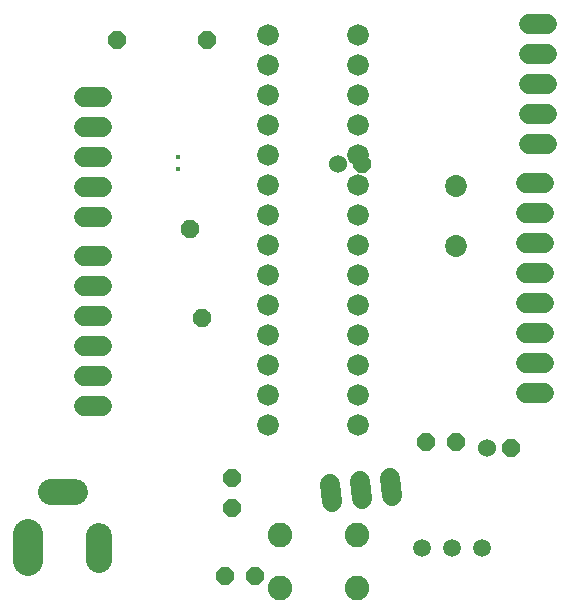
<source format=gbr>
G04 EAGLE Gerber RS-274X export*
G75*
%MOMM*%
%FSLAX34Y34*%
%LPD*%
%INSoldermask Top*%
%IPPOS*%
%AMOC8*
5,1,8,0,0,1.08239X$1,22.5*%
G01*
%ADD10P,1.649562X8X112.500000*%
%ADD11P,1.649562X8X22.500000*%
%ADD12C,1.524000*%
%ADD13P,1.649562X8X299.900000*%
%ADD14C,2.203200*%
%ADD15C,2.503200*%
%ADD16C,1.727200*%
%ADD17R,0.350000X0.375000*%
%ADD18C,2.082800*%
%ADD19C,1.511200*%
%ADD20C,1.828800*%
%ADD21C,1.854200*%


D10*
X210900Y104500D03*
X210900Y129900D03*
D11*
X320760Y395600D03*
D12*
X300440Y395600D03*
D11*
X113300Y500700D03*
X189500Y500700D03*
X446960Y155600D03*
D12*
X426640Y155600D03*
D13*
X175293Y340583D03*
X185107Y265017D03*
D11*
X204700Y47200D03*
X230100Y47200D03*
X374900Y160700D03*
X400300Y160700D03*
D14*
X98200Y80800D02*
X98200Y60800D01*
X77720Y117790D02*
X57720Y117790D01*
D15*
X38510Y82300D02*
X38510Y59300D01*
D16*
X85980Y350900D02*
X101220Y350900D01*
X101220Y376300D02*
X85980Y376300D01*
X85980Y401700D02*
X101220Y401700D01*
X101220Y427100D02*
X85980Y427100D01*
X85980Y452500D02*
X101220Y452500D01*
X101220Y190600D02*
X85980Y190600D01*
X85980Y216000D02*
X101220Y216000D01*
X101220Y241400D02*
X85980Y241400D01*
X85980Y266800D02*
X101220Y266800D01*
X101220Y292200D02*
X85980Y292200D01*
X85980Y317600D02*
X101220Y317600D01*
X459480Y202000D02*
X474720Y202000D01*
X474720Y227400D02*
X459480Y227400D01*
X459480Y252800D02*
X474720Y252800D01*
X474720Y278200D02*
X459480Y278200D01*
X459480Y303600D02*
X474720Y303600D01*
X474720Y329000D02*
X459480Y329000D01*
X459480Y354400D02*
X474720Y354400D01*
X474720Y379800D02*
X459480Y379800D01*
X462280Y514000D02*
X477520Y514000D01*
X477520Y488600D02*
X462280Y488600D01*
X462280Y463200D02*
X477520Y463200D01*
X477520Y437800D02*
X462280Y437800D01*
X462280Y412400D02*
X477520Y412400D01*
D17*
X165500Y401825D03*
X165500Y391575D03*
D18*
X251588Y82006D03*
X316612Y82006D03*
X251588Y36794D03*
X316612Y36794D03*
D19*
X371400Y70800D03*
X396800Y70800D03*
X422200Y70800D03*
D20*
X317600Y174700D03*
X317600Y200100D03*
X317600Y225500D03*
X317600Y250900D03*
X317600Y276300D03*
X317600Y301700D03*
X317600Y327100D03*
X317600Y352500D03*
X317600Y377900D03*
X317600Y403300D03*
X317600Y428700D03*
X317600Y454100D03*
X317600Y479500D03*
X317600Y504900D03*
X241400Y504900D03*
X241400Y479500D03*
X241400Y454100D03*
X241400Y428700D03*
X241400Y403300D03*
X241400Y377900D03*
X241400Y352500D03*
X241400Y327100D03*
X241400Y301700D03*
X241400Y276300D03*
X241400Y250900D03*
X241400Y225500D03*
X241400Y200100D03*
X241400Y174700D03*
D21*
X400600Y326300D03*
X400600Y377100D03*
D16*
X293969Y125060D02*
X295482Y109895D01*
X320757Y112418D02*
X319243Y127582D01*
X344518Y130105D02*
X346031Y114940D01*
M02*

</source>
